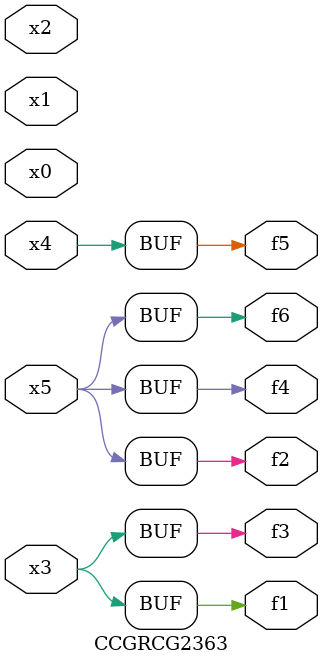
<source format=v>
module CCGRCG2363(
	input x0, x1, x2, x3, x4, x5,
	output f1, f2, f3, f4, f5, f6
);
	assign f1 = x3;
	assign f2 = x5;
	assign f3 = x3;
	assign f4 = x5;
	assign f5 = x4;
	assign f6 = x5;
endmodule

</source>
